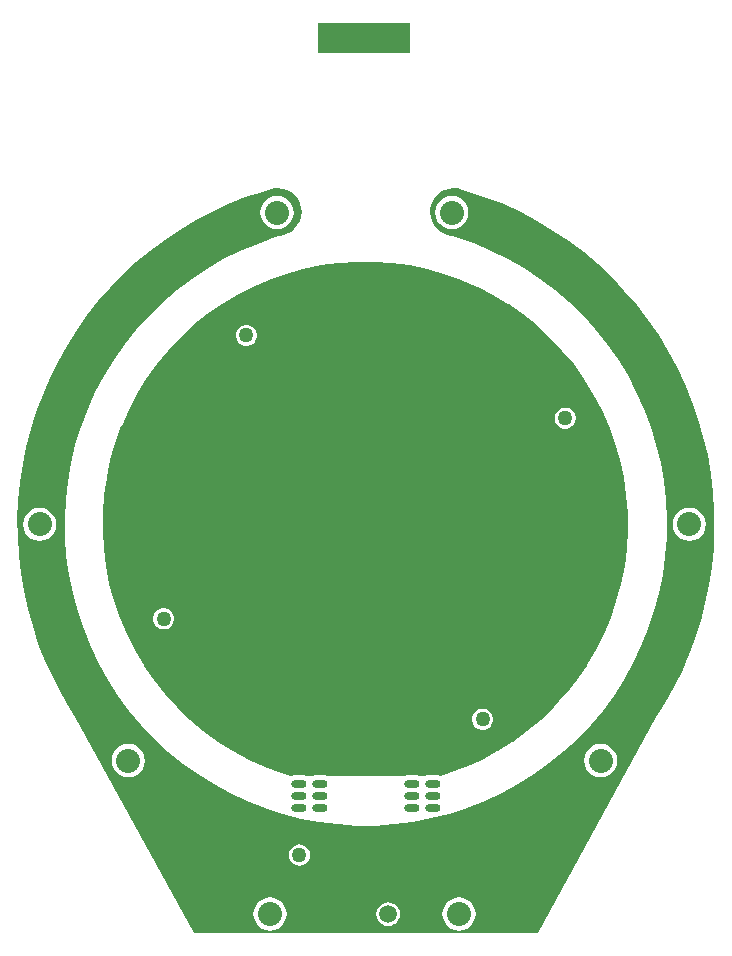
<source format=gtl>
G04*
G04 #@! TF.GenerationSoftware,Altium Limited,Altium Designer,22.10.1 (41)*
G04*
G04 Layer_Physical_Order=1*
G04 Layer_Color=255*
%FSLAX25Y25*%
%MOIN*%
G70*
G04*
G04 #@! TF.SameCoordinates,FB2E412C-4C94-422A-880B-86203416BC3E*
G04*
G04*
G04 #@! TF.FilePolarity,Positive*
G04*
G01*
G75*
%ADD16R,0.31000X0.10000*%
%ADD17C,0.08000*%
%ADD18O,0.05118X0.02756*%
%ADD19C,0.05000*%
%ADD20C,0.05906*%
G36*
X3258Y225358D02*
X9120Y224959D01*
X9189Y224952D01*
X15010Y224157D01*
X15079Y224145D01*
X20833Y222957D01*
X20900Y222940D01*
X26561Y221364D01*
X26627Y221343D01*
X32167Y219387D01*
X32232Y219361D01*
X37626Y217034D01*
X37689Y217004D01*
X42913Y214315D01*
X42974Y214281D01*
X48004Y211245D01*
X48062Y211207D01*
X52874Y207836D01*
X52930Y207794D01*
X57502Y204104D01*
X57555Y204059D01*
X61866Y200067D01*
X61916Y200018D01*
X65947Y195744D01*
X65993Y195692D01*
X69724Y191153D01*
X69766Y191098D01*
X73181Y186317D01*
X73220Y186259D01*
X76302Y181257D01*
X76337Y181197D01*
X79073Y175998D01*
X79104Y175935D01*
X81481Y170562D01*
X81507Y170498D01*
X83514Y164976D01*
X83536Y164909D01*
X85164Y159264D01*
X85181Y159197D01*
X86422Y153454D01*
X86434Y153385D01*
X87283Y147572D01*
X87291Y147503D01*
X87743Y141645D01*
X87746Y141575D01*
X87800Y135700D01*
X87798Y135630D01*
X87454Y129765D01*
X87447Y129696D01*
X86705Y123868D01*
X86694Y123799D01*
X85558Y118034D01*
X85543Y117966D01*
X84018Y112292D01*
X83998Y112226D01*
X82092Y106668D01*
X82068Y106603D01*
X79790Y101187D01*
X79760Y101124D01*
X77120Y95876D01*
X77087Y95814D01*
X74096Y90757D01*
X74059Y90698D01*
X70732Y85856D01*
X70691Y85799D01*
X67043Y81194D01*
X66998Y81140D01*
X63046Y76793D01*
X62998Y76743D01*
X58760Y72673D01*
X58709Y72626D01*
X54205Y68853D01*
X54150Y68810D01*
X49400Y65352D01*
X49343Y65313D01*
X44370Y62184D01*
X44309Y62149D01*
X39136Y59365D01*
X39073Y59334D01*
X33722Y56908D01*
X33658Y56881D01*
X28155Y54824D01*
X28089Y54802D01*
X25274Y53962D01*
X25053Y53930D01*
X24632Y54104D01*
X23881Y54203D01*
X21519D01*
X20768Y54104D01*
X20321Y53919D01*
X18179D01*
X17732Y54104D01*
X16981Y54203D01*
X14619D01*
X13868Y54104D01*
X13421Y53919D01*
X-12421D01*
X-12868Y54104D01*
X-13619Y54203D01*
X-15981D01*
X-16732Y54104D01*
X-17179Y53919D01*
X-19421D01*
X-19868Y54104D01*
X-20619Y54203D01*
X-22981D01*
X-23732Y54104D01*
X-24179Y53919D01*
X-24479D01*
X-24772Y53962D01*
X-27587Y54802D01*
X-27653Y54824D01*
X-33156Y56881D01*
X-33221Y56908D01*
X-38572Y59334D01*
X-38634Y59365D01*
X-43808Y62149D01*
X-43868Y62184D01*
X-48841Y65313D01*
X-48899Y65352D01*
X-53648Y68810D01*
X-53703Y68853D01*
X-58207Y72626D01*
X-58259Y72673D01*
X-62496Y76743D01*
X-62545Y76793D01*
X-66496Y81140D01*
X-66541Y81194D01*
X-70189Y85799D01*
X-70230Y85856D01*
X-73557Y90698D01*
X-73594Y90757D01*
X-76585Y95814D01*
X-76618Y95876D01*
X-79288Y101187D01*
X-81566Y106603D01*
X-81591Y106668D01*
X-83496Y112226D01*
X-83517Y112292D01*
X-85041Y117966D01*
X-85057Y118034D01*
X-86192Y123799D01*
X-86203Y123868D01*
X-86945Y129696D01*
X-86952Y129765D01*
X-87297Y135630D01*
X-87298Y135700D01*
X-87244Y141575D01*
X-87242Y141645D01*
X-86789Y147503D01*
X-86781Y147572D01*
X-85933Y153385D01*
X-85920Y153454D01*
X-84679Y159197D01*
X-84662Y159264D01*
X-83034Y164909D01*
X-83012Y164976D01*
X-81005Y170498D01*
X-80979Y170562D01*
X-78602Y175935D01*
X-78572Y175998D01*
X-75836Y181197D01*
X-75801Y181257D01*
X-72718Y186259D01*
X-72680Y186317D01*
X-69265Y191098D01*
X-69222Y191153D01*
X-65491Y195692D01*
X-65445Y195744D01*
X-61414Y200018D01*
X-61365Y200067D01*
X-57053Y204059D01*
X-57001Y204104D01*
X-52428Y207794D01*
X-52373Y207836D01*
X-47561Y211207D01*
X-47502Y211245D01*
X-42472Y214281D01*
X-42412Y214315D01*
X-37188Y217004D01*
X-37125Y217034D01*
X-31730Y219361D01*
X-31665Y219387D01*
X-26125Y221343D01*
X-26059Y221364D01*
X-20399Y222940D01*
X-20331Y222957D01*
X-14577Y224145D01*
X-14509Y224157D01*
X-8687Y224952D01*
X-8618Y224959D01*
X-2757Y225358D01*
X-2687Y225360D01*
X3188D01*
X3258Y225358D01*
D02*
G37*
G36*
X31143Y249777D02*
X31890Y249567D01*
X31890Y249567D01*
X31890Y249567D01*
X34883Y248727D01*
X40770Y246729D01*
X46542Y244419D01*
X52182Y241803D01*
X57674Y238889D01*
X63002Y235686D01*
X68152Y232202D01*
X73107Y228448D01*
X77855Y224434D01*
X82381Y220172D01*
X86673Y215673D01*
X90718Y210952D01*
X94505Y206021D01*
X98023Y200895D01*
X101261Y195588D01*
X104210Y190115D01*
X106863Y184492D01*
X109211Y178735D01*
X111248Y172861D01*
X112968Y166887D01*
X114366Y160829D01*
X115437Y154705D01*
X116180Y148532D01*
X116591Y142329D01*
X116670Y136112D01*
X116416Y129900D01*
X115830Y123711D01*
X114914Y117561D01*
X113671Y111470D01*
X112103Y105453D01*
X110216Y99530D01*
X108015Y93715D01*
X106929Y91255D01*
X106746Y90840D01*
X106742Y90831D01*
X106742Y90831D01*
X105739Y88560D01*
X103541Y84106D01*
X101154Y79751D01*
X98583Y75502D01*
X97208Y73434D01*
X57785Y1500D01*
X-56747D01*
X-96393Y73703D01*
X-96393Y73703D01*
X-96393D01*
X-98066Y76234D01*
X-101143Y81463D01*
X-103942Y86845D01*
X-106457Y92366D01*
X-108680Y98011D01*
X-110605Y103765D01*
X-112228Y109611D01*
X-113543Y115533D01*
X-114547Y121517D01*
X-115237Y127544D01*
X-115612Y133600D01*
X-115670Y139666D01*
X-115412Y145728D01*
X-114837Y151767D01*
X-113948Y157769D01*
X-112747Y163716D01*
X-111237Y169592D01*
X-109422Y175381D01*
X-107308Y181068D01*
X-104900Y186636D01*
X-102204Y192071D01*
X-99228Y197358D01*
X-95980Y202483D01*
X-92470Y207431D01*
X-88705Y212189D01*
X-84698Y216743D01*
X-80458Y221083D01*
X-75997Y225195D01*
X-71328Y229069D01*
X-66463Y232694D01*
X-61415Y236060D01*
X-56199Y239158D01*
X-50828Y241979D01*
X-45317Y244516D01*
X-39681Y246762D01*
X-33935Y248711D01*
X-31016Y249534D01*
X-31016Y249534D01*
X-31016Y249534D01*
X-30269Y249744D01*
X-28723Y249866D01*
X-27182Y249683D01*
X-25707Y249204D01*
X-24353Y248445D01*
X-23174Y247438D01*
X-22214Y246219D01*
X-21509Y244837D01*
X-21089Y243344D01*
X-20967Y241797D01*
X-21149Y240257D01*
X-21629Y238781D01*
X-22387Y237428D01*
X-23395Y236248D01*
X-24613Y235288D01*
X-25996Y234584D01*
X-26742Y234374D01*
X-26742Y234374D01*
X-29740Y233478D01*
X-35645Y231408D01*
X-41409Y228975D01*
X-47010Y226187D01*
X-52428Y223056D01*
X-57639Y219594D01*
X-62625Y215813D01*
X-67365Y211730D01*
X-71842Y207359D01*
X-76038Y202717D01*
X-79936Y197824D01*
X-83522Y192696D01*
X-86782Y187356D01*
X-89703Y181823D01*
X-92273Y176118D01*
X-94483Y170265D01*
X-96325Y164285D01*
X-97790Y158202D01*
X-98873Y152040D01*
X-99570Y145822D01*
X-99879Y139573D01*
X-99798Y133316D01*
X-99327Y127077D01*
X-98468Y120880D01*
X-97225Y114748D01*
X-95603Y108705D01*
X-93607Y102775D01*
X-91246Y96981D01*
X-88528Y91345D01*
X-85465Y85889D01*
X-82067Y80635D01*
X-78349Y75603D01*
X-74325Y70812D01*
X-70010Y66281D01*
X-65421Y62028D01*
X-60576Y58069D01*
X-55494Y54419D01*
X-50195Y51093D01*
X-44698Y48103D01*
X-39026Y45462D01*
X-33201Y43179D01*
X-27244Y41264D01*
X-21180Y39723D01*
X-15032Y38563D01*
X-8823Y37789D01*
X-2578Y37402D01*
X3679Y37405D01*
X9923Y37799D01*
X16131Y38580D01*
X22278Y39746D01*
X28341Y41294D01*
X34295Y43215D01*
X40118Y45504D01*
X45787Y48152D01*
X51280Y51147D01*
X56577Y54479D01*
X61655Y58134D01*
X66495Y62098D01*
X71080Y66356D01*
X75390Y70892D01*
X79409Y75687D01*
X83122Y80723D01*
X86513Y85981D01*
X89571Y91440D01*
X92283Y97079D01*
X94638Y102875D01*
X96627Y108807D01*
X98243Y114852D01*
X99480Y120985D01*
X100332Y127184D01*
X100796Y133423D01*
X100870Y139680D01*
X100555Y145929D01*
X99851Y152146D01*
X98761Y158307D01*
X97290Y164388D01*
X95442Y170366D01*
X93226Y176217D01*
X90649Y181919D01*
X87722Y187449D01*
X84457Y192786D01*
X80865Y197909D01*
X76961Y202799D01*
X72761Y207436D01*
X68279Y211802D01*
X63534Y215881D01*
X58545Y219656D01*
X53330Y223113D01*
X47909Y226238D01*
X42305Y229020D01*
X36538Y231447D01*
X30631Y233510D01*
X27632Y234403D01*
X26886Y234612D01*
X25502Y235315D01*
X24283Y236274D01*
X23274Y237452D01*
X22514Y238805D01*
X22033Y240280D01*
X21849Y241820D01*
X21969Y243367D01*
X22388Y244861D01*
X23091Y246244D01*
X24050Y247463D01*
X25229Y248472D01*
X26581Y249232D01*
X28056Y249713D01*
X29596Y249897D01*
X31143Y249777D01*
D02*
G37*
%LPC*%
G36*
X-38909Y204287D02*
X-39831D01*
X-40721Y204049D01*
X-41519Y203588D01*
X-42171Y202936D01*
X-42632Y202138D01*
X-42870Y201248D01*
Y200327D01*
X-42632Y199436D01*
X-42171Y198638D01*
X-41519Y197987D01*
X-40721Y197526D01*
X-39831Y197287D01*
X-38909D01*
X-38019Y197526D01*
X-37221Y197987D01*
X-36569Y198638D01*
X-36109Y199436D01*
X-35870Y200327D01*
Y201248D01*
X-36109Y202138D01*
X-36569Y202936D01*
X-37221Y203588D01*
X-38019Y204049D01*
X-38909Y204287D01*
D02*
G37*
G36*
X67390Y176728D02*
X66468D01*
X65578Y176490D01*
X64780Y176029D01*
X64128Y175377D01*
X63668Y174579D01*
X63429Y173689D01*
Y172768D01*
X63668Y171877D01*
X64128Y171079D01*
X64780Y170428D01*
X65578Y169967D01*
X66468Y169728D01*
X67390D01*
X68280Y169967D01*
X69078Y170428D01*
X69730Y171079D01*
X70191Y171877D01*
X70429Y172768D01*
Y173689D01*
X70191Y174579D01*
X69730Y175377D01*
X69078Y176029D01*
X68280Y176490D01*
X67390Y176728D01*
D02*
G37*
G36*
X-66468Y109799D02*
X-67390D01*
X-68280Y109561D01*
X-69078Y109100D01*
X-69730Y108448D01*
X-70191Y107650D01*
X-70429Y106760D01*
Y105838D01*
X-70191Y104948D01*
X-69730Y104150D01*
X-69078Y103498D01*
X-68280Y103038D01*
X-67390Y102799D01*
X-66468D01*
X-65578Y103038D01*
X-64780Y103498D01*
X-64128Y104150D01*
X-63668Y104948D01*
X-63429Y105838D01*
Y106760D01*
X-63668Y107650D01*
X-64128Y108448D01*
X-64780Y109100D01*
X-65578Y109561D01*
X-66468Y109799D01*
D02*
G37*
G36*
X39831Y76335D02*
X38909D01*
X38019Y76096D01*
X37221Y75635D01*
X36569Y74984D01*
X36109Y74186D01*
X35870Y73295D01*
Y72374D01*
X36109Y71484D01*
X36569Y70686D01*
X37221Y70034D01*
X38019Y69573D01*
X38909Y69335D01*
X39831D01*
X40721Y69573D01*
X41519Y70034D01*
X42171Y70686D01*
X42632Y71484D01*
X42870Y72374D01*
Y73295D01*
X42632Y74186D01*
X42171Y74984D01*
X41519Y75635D01*
X40721Y76096D01*
X39831Y76335D01*
D02*
G37*
G36*
X29134Y247280D02*
X27698Y247091D01*
X26360Y246536D01*
X25211Y245655D01*
X24330Y244506D01*
X23775Y243168D01*
X23586Y241732D01*
X23775Y240297D01*
X24330Y238959D01*
X25211Y237810D01*
X26360Y236928D01*
X27698Y236374D01*
X29134Y236185D01*
X30570Y236374D01*
X31908Y236928D01*
X33057Y237810D01*
X33938Y238959D01*
X34492Y240297D01*
X34681Y241732D01*
X34492Y243168D01*
X33938Y244506D01*
X33057Y245655D01*
X31908Y246536D01*
X30570Y247091D01*
X29134Y247280D01*
D02*
G37*
G36*
X-29134D02*
X-30570Y247091D01*
X-31908Y246536D01*
X-33057Y245655D01*
X-33938Y244506D01*
X-34492Y243168D01*
X-34681Y241732D01*
X-34492Y240297D01*
X-33938Y238959D01*
X-33057Y237810D01*
X-31908Y236928D01*
X-30570Y236374D01*
X-29134Y236185D01*
X-27698Y236374D01*
X-26360Y236928D01*
X-25211Y237810D01*
X-24330Y238959D01*
X-23775Y240297D01*
X-23586Y241732D01*
X-23775Y243168D01*
X-24330Y244506D01*
X-25211Y245655D01*
X-26360Y246536D01*
X-27698Y247091D01*
X-29134Y247280D01*
D02*
G37*
G36*
X108268Y143343D02*
X106832Y143154D01*
X105494Y142599D01*
X104345Y141718D01*
X103463Y140569D01*
X102909Y139231D01*
X102720Y137795D01*
X102909Y136360D01*
X103463Y135022D01*
X104345Y133873D01*
X105494Y132991D01*
X106832Y132437D01*
X108268Y132248D01*
X109704Y132437D01*
X111041Y132991D01*
X112190Y133873D01*
X113072Y135022D01*
X113626Y136360D01*
X113815Y137795D01*
X113626Y139231D01*
X113072Y140569D01*
X112190Y141718D01*
X111041Y142599D01*
X109704Y143154D01*
X108268Y143343D01*
D02*
G37*
G36*
X-108268D02*
X-109704Y143154D01*
X-111041Y142599D01*
X-112190Y141718D01*
X-113072Y140569D01*
X-113626Y139231D01*
X-113815Y137795D01*
X-113626Y136360D01*
X-113072Y135022D01*
X-112190Y133873D01*
X-111041Y132991D01*
X-109704Y132437D01*
X-108268Y132248D01*
X-106832Y132437D01*
X-105494Y132991D01*
X-104345Y133873D01*
X-103463Y135022D01*
X-102909Y136360D01*
X-102720Y137795D01*
X-102909Y139231D01*
X-103463Y140569D01*
X-104345Y141718D01*
X-105494Y142599D01*
X-106832Y143154D01*
X-108268Y143343D01*
D02*
G37*
G36*
X78740Y64603D02*
X77304Y64413D01*
X75966Y63859D01*
X74818Y62978D01*
X73936Y61829D01*
X73382Y60491D01*
X73193Y59055D01*
X73382Y57619D01*
X73936Y56281D01*
X74818Y55133D01*
X75966Y54251D01*
X77304Y53697D01*
X78740Y53508D01*
X80176Y53697D01*
X81514Y54251D01*
X82663Y55133D01*
X83544Y56281D01*
X84099Y57619D01*
X84288Y59055D01*
X84099Y60491D01*
X83544Y61829D01*
X82663Y62978D01*
X81514Y63859D01*
X80176Y64413D01*
X78740Y64603D01*
D02*
G37*
G36*
X-78740D02*
X-80176Y64413D01*
X-81514Y63859D01*
X-82663Y62978D01*
X-83544Y61829D01*
X-84099Y60491D01*
X-84288Y59055D01*
X-84099Y57619D01*
X-83544Y56281D01*
X-82663Y55133D01*
X-81514Y54251D01*
X-80176Y53697D01*
X-78740Y53508D01*
X-77304Y53697D01*
X-75966Y54251D01*
X-74818Y55133D01*
X-73936Y56281D01*
X-73382Y57619D01*
X-73193Y59055D01*
X-73382Y60491D01*
X-73936Y61829D01*
X-74818Y62978D01*
X-75966Y63859D01*
X-77304Y64413D01*
X-78740Y64603D01*
D02*
G37*
G36*
X-21654Y31089D02*
X-22567Y30969D01*
X-23419Y30616D01*
X-24150Y30055D01*
X-24711Y29324D01*
X-25063Y28473D01*
X-25184Y27559D01*
X-25063Y26645D01*
X-24711Y25794D01*
X-24150Y25063D01*
X-23419Y24502D01*
X-22567Y24149D01*
X-21654Y24029D01*
X-20740Y24149D01*
X-19888Y24502D01*
X-19157Y25063D01*
X-18596Y25794D01*
X-18244Y26645D01*
X-18123Y27559D01*
X-18244Y28473D01*
X-18596Y29324D01*
X-19157Y30055D01*
X-19888Y30616D01*
X-20740Y30969D01*
X-21654Y31089D01*
D02*
G37*
G36*
X7874Y11861D02*
X6842Y11725D01*
X5881Y11327D01*
X5055Y10693D01*
X4421Y9867D01*
X4023Y8906D01*
X3887Y7874D01*
X4023Y6842D01*
X4421Y5881D01*
X5055Y5055D01*
X5881Y4421D01*
X6842Y4023D01*
X7874Y3887D01*
X8906Y4023D01*
X9867Y4421D01*
X10693Y5055D01*
X11327Y5881D01*
X11725Y6842D01*
X11861Y7874D01*
X11725Y8906D01*
X11327Y9867D01*
X10693Y10693D01*
X9867Y11327D01*
X8906Y11725D01*
X7874Y11861D01*
D02*
G37*
G36*
X31496Y13421D02*
X30060Y13232D01*
X28722Y12678D01*
X27573Y11797D01*
X26692Y10648D01*
X26138Y9310D01*
X25949Y7874D01*
X26138Y6438D01*
X26692Y5100D01*
X27573Y3951D01*
X28722Y3070D01*
X30060Y2516D01*
X31496Y2327D01*
X32932Y2516D01*
X34270Y3070D01*
X35419Y3951D01*
X36300Y5100D01*
X36854Y6438D01*
X37043Y7874D01*
X36854Y9310D01*
X36300Y10648D01*
X35419Y11797D01*
X34270Y12678D01*
X32932Y13232D01*
X31496Y13421D01*
D02*
G37*
G36*
X-31496D02*
X-32932Y13232D01*
X-34270Y12678D01*
X-35419Y11797D01*
X-36300Y10648D01*
X-36854Y9310D01*
X-37043Y7874D01*
X-36854Y6438D01*
X-36300Y5100D01*
X-35419Y3951D01*
X-34270Y3070D01*
X-32932Y2516D01*
X-31496Y2327D01*
X-30060Y2516D01*
X-28722Y3070D01*
X-27573Y3951D01*
X-26692Y5100D01*
X-26138Y6438D01*
X-25949Y7874D01*
X-26138Y9310D01*
X-26692Y10648D01*
X-27573Y11797D01*
X-28722Y12678D01*
X-30060Y13232D01*
X-31496Y13421D01*
D02*
G37*
%LPD*%
D16*
X0Y300000D02*
D03*
D17*
X-31496Y7874D02*
D03*
X31496D02*
D03*
X78740Y59055D02*
D03*
X-78740D02*
D03*
X108268Y137795D02*
D03*
X-108268D02*
D03*
X-29134Y241732D02*
D03*
X29134D02*
D03*
D18*
X-14800Y43300D02*
D03*
D03*
D03*
D03*
X-21800D02*
D03*
D03*
Y47300D02*
D03*
D03*
D03*
Y43300D02*
D03*
D03*
Y47300D02*
D03*
Y51300D02*
D03*
X-14800Y47300D02*
D03*
Y51300D02*
D03*
X15800Y43300D02*
D03*
D03*
D03*
D03*
X22700D02*
D03*
D03*
D03*
D03*
X-14800Y47300D02*
D03*
D03*
D03*
X15800D02*
D03*
D03*
D03*
D03*
X22700D02*
D03*
D03*
D03*
D03*
Y51300D02*
D03*
X15800D02*
D03*
X-21800D02*
D03*
D03*
D03*
X-14800D02*
D03*
D03*
D03*
X15800D02*
D03*
D03*
D03*
X22700D02*
D03*
D03*
D03*
D19*
X39370Y72835D02*
D03*
X-39370D02*
D03*
X-21654Y27559D02*
D03*
X21654D02*
D03*
X66929Y106299D02*
D03*
Y173228D02*
D03*
X39370Y200787D02*
D03*
X-66929Y106299D02*
D03*
X-39370Y200787D02*
D03*
X-66929Y173228D02*
D03*
D20*
X-7874Y7874D02*
D03*
X7874D02*
D03*
M02*

</source>
